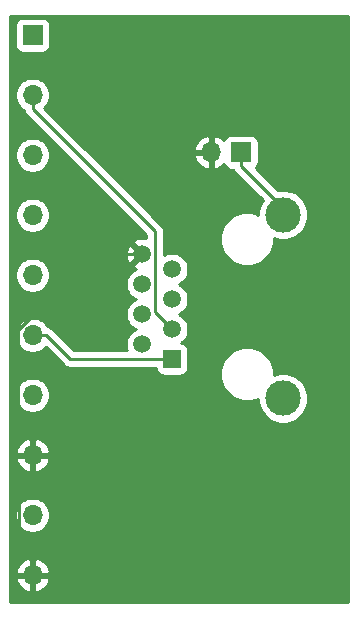
<source format=gbl>
%TF.GenerationSoftware,KiCad,Pcbnew,(5.1.6)-1*%
%TF.CreationDate,2020-07-09T15:12:22-03:00*%
%TF.ProjectId,driver-breakout-module,64726976-6572-42d6-9272-65616b6f7574,rev?*%
%TF.SameCoordinates,Original*%
%TF.FileFunction,Copper,L2,Bot*%
%TF.FilePolarity,Positive*%
%FSLAX46Y46*%
G04 Gerber Fmt 4.6, Leading zero omitted, Abs format (unit mm)*
G04 Created by KiCad (PCBNEW (5.1.6)-1) date 2020-07-09 15:12:22*
%MOMM*%
%LPD*%
G01*
G04 APERTURE LIST*
%TA.AperFunction,ComponentPad*%
%ADD10C,3.000000*%
%TD*%
%TA.AperFunction,ComponentPad*%
%ADD11C,1.500000*%
%TD*%
%TA.AperFunction,ComponentPad*%
%ADD12R,1.500000X1.500000*%
%TD*%
%TA.AperFunction,ComponentPad*%
%ADD13R,1.700000X1.700000*%
%TD*%
%TA.AperFunction,ComponentPad*%
%ADD14O,1.700000X1.700000*%
%TD*%
%TA.AperFunction,Conductor*%
%ADD15C,0.250000*%
%TD*%
%TA.AperFunction,Conductor*%
%ADD16C,0.254000*%
%TD*%
G04 APERTURE END LIST*
D10*
%TO.P,J1,SH*%
%TO.N,Net-(J1-PadSH)*%
X147830000Y-98529000D03*
D11*
%TO.P,J1,3*%
%TO.N,Net-(J1-Pad3)*%
X138430000Y-108204000D03*
%TO.P,J1,5*%
%TO.N,Net-(J1-Pad5)*%
X138430000Y-105664000D03*
%TO.P,J1,4*%
%TO.N,Net-(J1-Pad4)*%
X135890000Y-106934000D03*
%TO.P,J1,7*%
%TO.N,+24V*%
X138430000Y-103124000D03*
D12*
%TO.P,J1,1*%
%TO.N,Net-(J1-Pad1)*%
X138430000Y-110744000D03*
D11*
%TO.P,J1,2*%
%TO.N,Net-(J1-Pad2)*%
X135890000Y-109474000D03*
D10*
%TO.P,J1,SH*%
%TO.N,Net-(J1-PadSH)*%
X147830000Y-114069000D03*
D11*
%TO.P,J1,8*%
%TO.N,GND*%
X135890000Y-101854000D03*
%TO.P,J1,6*%
%TO.N,+24V*%
X135890000Y-104394000D03*
%TD*%
D13*
%TO.P,JP1,1*%
%TO.N,Net-(J1-PadSH)*%
X144272000Y-93218000D03*
D14*
%TO.P,JP1,2*%
%TO.N,GND*%
X141732000Y-93218000D03*
%TD*%
D13*
%TO.P,J2,1*%
%TO.N,Net-(J2-Pad1)*%
X126619000Y-83312000D03*
D14*
%TO.P,J2,2*%
%TO.N,Net-(J1-Pad3)*%
X126619000Y-88392000D03*
%TO.P,J2,3*%
%TO.N,Net-(J2-Pad3)*%
X126619000Y-93472000D03*
%TO.P,J2,4*%
%TO.N,Net-(J1-Pad2)*%
X126619000Y-98552000D03*
%TO.P,J2,5*%
%TO.N,Net-(J2-Pad5)*%
X126619000Y-103632000D03*
%TO.P,J2,6*%
%TO.N,Net-(J1-Pad1)*%
X126619000Y-108712000D03*
%TO.P,J2,7*%
%TO.N,Net-(J2-Pad7)*%
X126619000Y-113792000D03*
%TO.P,J2,8*%
%TO.N,GND*%
X126619000Y-118872000D03*
%TO.P,J2,9*%
%TO.N,Net-(J2-Pad9)*%
X126619000Y-123952000D03*
%TO.P,J2,10*%
%TO.N,GND*%
X126619000Y-129032000D03*
%TD*%
D15*
%TO.N,GND*%
X126619000Y-118872000D02*
X126619000Y-120047300D01*
X126619000Y-129032000D02*
X126619000Y-127856700D01*
X126619000Y-127856700D02*
X125443700Y-126681400D01*
X125443700Y-126681400D02*
X125443700Y-121222600D01*
X125443700Y-121222600D02*
X126619000Y-120047300D01*
X126619000Y-118872000D02*
X126619000Y-117696700D01*
X126619000Y-117696700D02*
X125398400Y-116476100D01*
X125398400Y-116476100D02*
X125398400Y-108250600D01*
X125398400Y-108250600D02*
X131795000Y-101854000D01*
X131795000Y-101854000D02*
X135890000Y-101854000D01*
%TO.N,Net-(J1-Pad3)*%
X126619000Y-88392000D02*
X126619000Y-89567300D01*
X126619000Y-89567300D02*
X136966400Y-99914700D01*
X136966400Y-99914700D02*
X136966400Y-106740400D01*
X136966400Y-106740400D02*
X138430000Y-108204000D01*
%TO.N,Net-(J1-Pad1)*%
X126619000Y-108712000D02*
X127794300Y-108712000D01*
X127794300Y-108712000D02*
X129826300Y-110744000D01*
X129826300Y-110744000D02*
X138430000Y-110744000D01*
%TO.N,Net-(J1-PadSH)*%
X144272000Y-93218000D02*
X144272000Y-94393300D01*
X144272000Y-94393300D02*
X147830000Y-97951300D01*
X147830000Y-97951300D02*
X147830000Y-98529000D01*
%TD*%
D16*
%TO.N,GND*%
G36*
X153290001Y-131290000D02*
G01*
X124710000Y-131290000D01*
X124710000Y-129388890D01*
X125177524Y-129388890D01*
X125222175Y-129536099D01*
X125347359Y-129798920D01*
X125521412Y-130032269D01*
X125737645Y-130227178D01*
X125987748Y-130376157D01*
X126262109Y-130473481D01*
X126492000Y-130352814D01*
X126492000Y-129159000D01*
X126746000Y-129159000D01*
X126746000Y-130352814D01*
X126975891Y-130473481D01*
X127250252Y-130376157D01*
X127500355Y-130227178D01*
X127716588Y-130032269D01*
X127890641Y-129798920D01*
X128015825Y-129536099D01*
X128060476Y-129388890D01*
X127939155Y-129159000D01*
X126746000Y-129159000D01*
X126492000Y-129159000D01*
X125298845Y-129159000D01*
X125177524Y-129388890D01*
X124710000Y-129388890D01*
X124710000Y-128675110D01*
X125177524Y-128675110D01*
X125298845Y-128905000D01*
X126492000Y-128905000D01*
X126492000Y-127711186D01*
X126746000Y-127711186D01*
X126746000Y-128905000D01*
X127939155Y-128905000D01*
X128060476Y-128675110D01*
X128015825Y-128527901D01*
X127890641Y-128265080D01*
X127716588Y-128031731D01*
X127500355Y-127836822D01*
X127250252Y-127687843D01*
X126975891Y-127590519D01*
X126746000Y-127711186D01*
X126492000Y-127711186D01*
X126262109Y-127590519D01*
X125987748Y-127687843D01*
X125737645Y-127836822D01*
X125521412Y-128031731D01*
X125347359Y-128265080D01*
X125222175Y-128527901D01*
X125177524Y-128675110D01*
X124710000Y-128675110D01*
X124710000Y-123805740D01*
X125134000Y-123805740D01*
X125134000Y-124098260D01*
X125191068Y-124385158D01*
X125303010Y-124655411D01*
X125465525Y-124898632D01*
X125672368Y-125105475D01*
X125915589Y-125267990D01*
X126185842Y-125379932D01*
X126472740Y-125437000D01*
X126765260Y-125437000D01*
X127052158Y-125379932D01*
X127322411Y-125267990D01*
X127565632Y-125105475D01*
X127772475Y-124898632D01*
X127934990Y-124655411D01*
X128046932Y-124385158D01*
X128104000Y-124098260D01*
X128104000Y-123805740D01*
X128046932Y-123518842D01*
X127934990Y-123248589D01*
X127772475Y-123005368D01*
X127565632Y-122798525D01*
X127322411Y-122636010D01*
X127052158Y-122524068D01*
X126765260Y-122467000D01*
X126472740Y-122467000D01*
X126185842Y-122524068D01*
X125915589Y-122636010D01*
X125672368Y-122798525D01*
X125465525Y-123005368D01*
X125303010Y-123248589D01*
X125191068Y-123518842D01*
X125134000Y-123805740D01*
X124710000Y-123805740D01*
X124710000Y-119228890D01*
X125177524Y-119228890D01*
X125222175Y-119376099D01*
X125347359Y-119638920D01*
X125521412Y-119872269D01*
X125737645Y-120067178D01*
X125987748Y-120216157D01*
X126262109Y-120313481D01*
X126492000Y-120192814D01*
X126492000Y-118999000D01*
X126746000Y-118999000D01*
X126746000Y-120192814D01*
X126975891Y-120313481D01*
X127250252Y-120216157D01*
X127500355Y-120067178D01*
X127716588Y-119872269D01*
X127890641Y-119638920D01*
X128015825Y-119376099D01*
X128060476Y-119228890D01*
X127939155Y-118999000D01*
X126746000Y-118999000D01*
X126492000Y-118999000D01*
X125298845Y-118999000D01*
X125177524Y-119228890D01*
X124710000Y-119228890D01*
X124710000Y-118515110D01*
X125177524Y-118515110D01*
X125298845Y-118745000D01*
X126492000Y-118745000D01*
X126492000Y-117551186D01*
X126746000Y-117551186D01*
X126746000Y-118745000D01*
X127939155Y-118745000D01*
X128060476Y-118515110D01*
X128015825Y-118367901D01*
X127890641Y-118105080D01*
X127716588Y-117871731D01*
X127500355Y-117676822D01*
X127250252Y-117527843D01*
X126975891Y-117430519D01*
X126746000Y-117551186D01*
X126492000Y-117551186D01*
X126262109Y-117430519D01*
X125987748Y-117527843D01*
X125737645Y-117676822D01*
X125521412Y-117871731D01*
X125347359Y-118105080D01*
X125222175Y-118367901D01*
X125177524Y-118515110D01*
X124710000Y-118515110D01*
X124710000Y-113645740D01*
X125134000Y-113645740D01*
X125134000Y-113938260D01*
X125191068Y-114225158D01*
X125303010Y-114495411D01*
X125465525Y-114738632D01*
X125672368Y-114945475D01*
X125915589Y-115107990D01*
X126185842Y-115219932D01*
X126472740Y-115277000D01*
X126765260Y-115277000D01*
X127052158Y-115219932D01*
X127322411Y-115107990D01*
X127565632Y-114945475D01*
X127772475Y-114738632D01*
X127934990Y-114495411D01*
X128046932Y-114225158D01*
X128104000Y-113938260D01*
X128104000Y-113645740D01*
X128046932Y-113358842D01*
X127934990Y-113088589D01*
X127772475Y-112845368D01*
X127565632Y-112638525D01*
X127322411Y-112476010D01*
X127052158Y-112364068D01*
X126765260Y-112307000D01*
X126472740Y-112307000D01*
X126185842Y-112364068D01*
X125915589Y-112476010D01*
X125672368Y-112638525D01*
X125465525Y-112845368D01*
X125303010Y-113088589D01*
X125191068Y-113358842D01*
X125134000Y-113645740D01*
X124710000Y-113645740D01*
X124710000Y-103485740D01*
X125134000Y-103485740D01*
X125134000Y-103778260D01*
X125191068Y-104065158D01*
X125303010Y-104335411D01*
X125465525Y-104578632D01*
X125672368Y-104785475D01*
X125915589Y-104947990D01*
X126185842Y-105059932D01*
X126472740Y-105117000D01*
X126765260Y-105117000D01*
X127052158Y-105059932D01*
X127322411Y-104947990D01*
X127565632Y-104785475D01*
X127772475Y-104578632D01*
X127934990Y-104335411D01*
X128046932Y-104065158D01*
X128104000Y-103778260D01*
X128104000Y-103485740D01*
X128046932Y-103198842D01*
X127934990Y-102928589D01*
X127772475Y-102685368D01*
X127565632Y-102478525D01*
X127322411Y-102316010D01*
X127052158Y-102204068D01*
X126765260Y-102147000D01*
X126472740Y-102147000D01*
X126185842Y-102204068D01*
X125915589Y-102316010D01*
X125672368Y-102478525D01*
X125465525Y-102685368D01*
X125303010Y-102928589D01*
X125191068Y-103198842D01*
X125134000Y-103485740D01*
X124710000Y-103485740D01*
X124710000Y-101926492D01*
X134500188Y-101926492D01*
X134541035Y-102196238D01*
X134633723Y-102452832D01*
X134694140Y-102565863D01*
X134933007Y-102631388D01*
X135710395Y-101854000D01*
X134933007Y-101076612D01*
X134694140Y-101142137D01*
X134578240Y-101389116D01*
X134512750Y-101653960D01*
X134500188Y-101926492D01*
X124710000Y-101926492D01*
X124710000Y-98405740D01*
X125134000Y-98405740D01*
X125134000Y-98698260D01*
X125191068Y-98985158D01*
X125303010Y-99255411D01*
X125465525Y-99498632D01*
X125672368Y-99705475D01*
X125915589Y-99867990D01*
X126185842Y-99979932D01*
X126472740Y-100037000D01*
X126765260Y-100037000D01*
X127052158Y-99979932D01*
X127322411Y-99867990D01*
X127565632Y-99705475D01*
X127772475Y-99498632D01*
X127934990Y-99255411D01*
X128046932Y-98985158D01*
X128104000Y-98698260D01*
X128104000Y-98405740D01*
X128046932Y-98118842D01*
X127934990Y-97848589D01*
X127772475Y-97605368D01*
X127565632Y-97398525D01*
X127322411Y-97236010D01*
X127052158Y-97124068D01*
X126765260Y-97067000D01*
X126472740Y-97067000D01*
X126185842Y-97124068D01*
X125915589Y-97236010D01*
X125672368Y-97398525D01*
X125465525Y-97605368D01*
X125303010Y-97848589D01*
X125191068Y-98118842D01*
X125134000Y-98405740D01*
X124710000Y-98405740D01*
X124710000Y-93325740D01*
X125134000Y-93325740D01*
X125134000Y-93618260D01*
X125191068Y-93905158D01*
X125303010Y-94175411D01*
X125465525Y-94418632D01*
X125672368Y-94625475D01*
X125915589Y-94787990D01*
X126185842Y-94899932D01*
X126472740Y-94957000D01*
X126765260Y-94957000D01*
X127052158Y-94899932D01*
X127322411Y-94787990D01*
X127565632Y-94625475D01*
X127772475Y-94418632D01*
X127934990Y-94175411D01*
X128046932Y-93905158D01*
X128104000Y-93618260D01*
X128104000Y-93325740D01*
X128046932Y-93038842D01*
X127934990Y-92768589D01*
X127772475Y-92525368D01*
X127565632Y-92318525D01*
X127322411Y-92156010D01*
X127052158Y-92044068D01*
X126765260Y-91987000D01*
X126472740Y-91987000D01*
X126185842Y-92044068D01*
X125915589Y-92156010D01*
X125672368Y-92318525D01*
X125465525Y-92525368D01*
X125303010Y-92768589D01*
X125191068Y-93038842D01*
X125134000Y-93325740D01*
X124710000Y-93325740D01*
X124710000Y-88245740D01*
X125134000Y-88245740D01*
X125134000Y-88538260D01*
X125191068Y-88825158D01*
X125303010Y-89095411D01*
X125465525Y-89338632D01*
X125672368Y-89545475D01*
X125865912Y-89674797D01*
X125869998Y-89716285D01*
X125913454Y-89859546D01*
X125984026Y-89991576D01*
X126055201Y-90078302D01*
X126079000Y-90107301D01*
X126107998Y-90131099D01*
X136206400Y-100229503D01*
X136206400Y-100505523D01*
X136090040Y-100476750D01*
X135817508Y-100464188D01*
X135547762Y-100505035D01*
X135291168Y-100597723D01*
X135178137Y-100658140D01*
X135112612Y-100897007D01*
X135890000Y-101674395D01*
X135904143Y-101660253D01*
X136083748Y-101839858D01*
X136069605Y-101854000D01*
X136083748Y-101868143D01*
X135904143Y-102047748D01*
X135890000Y-102033605D01*
X135112612Y-102810993D01*
X135178137Y-103049860D01*
X135336477Y-103124164D01*
X135233957Y-103166629D01*
X135007114Y-103318201D01*
X134814201Y-103511114D01*
X134662629Y-103737957D01*
X134558225Y-103990011D01*
X134505000Y-104257589D01*
X134505000Y-104530411D01*
X134558225Y-104797989D01*
X134662629Y-105050043D01*
X134814201Y-105276886D01*
X135007114Y-105469799D01*
X135233957Y-105621371D01*
X135336873Y-105664000D01*
X135233957Y-105706629D01*
X135007114Y-105858201D01*
X134814201Y-106051114D01*
X134662629Y-106277957D01*
X134558225Y-106530011D01*
X134505000Y-106797589D01*
X134505000Y-107070411D01*
X134558225Y-107337989D01*
X134662629Y-107590043D01*
X134814201Y-107816886D01*
X135007114Y-108009799D01*
X135233957Y-108161371D01*
X135336873Y-108204000D01*
X135233957Y-108246629D01*
X135007114Y-108398201D01*
X134814201Y-108591114D01*
X134662629Y-108817957D01*
X134558225Y-109070011D01*
X134505000Y-109337589D01*
X134505000Y-109610411D01*
X134558225Y-109877989D01*
X134602136Y-109984000D01*
X130141102Y-109984000D01*
X128358104Y-108201003D01*
X128334301Y-108171999D01*
X128218576Y-108077026D01*
X128086547Y-108006454D01*
X127943286Y-107962997D01*
X127901796Y-107958911D01*
X127772475Y-107765368D01*
X127565632Y-107558525D01*
X127322411Y-107396010D01*
X127052158Y-107284068D01*
X126765260Y-107227000D01*
X126472740Y-107227000D01*
X126185842Y-107284068D01*
X125915589Y-107396010D01*
X125672368Y-107558525D01*
X125465525Y-107765368D01*
X125303010Y-108008589D01*
X125191068Y-108278842D01*
X125134000Y-108565740D01*
X125134000Y-108858260D01*
X125191068Y-109145158D01*
X125303010Y-109415411D01*
X125465525Y-109658632D01*
X125672368Y-109865475D01*
X125915589Y-110027990D01*
X126185842Y-110139932D01*
X126472740Y-110197000D01*
X126765260Y-110197000D01*
X127052158Y-110139932D01*
X127322411Y-110027990D01*
X127565632Y-109865475D01*
X127719303Y-109711804D01*
X129262501Y-111255003D01*
X129286299Y-111284001D01*
X129315297Y-111307799D01*
X129402023Y-111378974D01*
X129534053Y-111449546D01*
X129677314Y-111493003D01*
X129788967Y-111504000D01*
X129788977Y-111504000D01*
X129826300Y-111507676D01*
X129863623Y-111504000D01*
X137042913Y-111504000D01*
X137054188Y-111618482D01*
X137090498Y-111738180D01*
X137149463Y-111848494D01*
X137228815Y-111945185D01*
X137325506Y-112024537D01*
X137435820Y-112083502D01*
X137555518Y-112119812D01*
X137680000Y-112132072D01*
X139180000Y-112132072D01*
X139304482Y-112119812D01*
X139424180Y-112083502D01*
X139534494Y-112024537D01*
X139631185Y-111945185D01*
X139710537Y-111848494D01*
X139741050Y-111791409D01*
X142520000Y-111791409D01*
X142520000Y-112236591D01*
X142606851Y-112673218D01*
X142777214Y-113084511D01*
X143024544Y-113454666D01*
X143339334Y-113769456D01*
X143709489Y-114016786D01*
X144120782Y-114187149D01*
X144557409Y-114274000D01*
X145002591Y-114274000D01*
X145439218Y-114187149D01*
X145695000Y-114081201D01*
X145695000Y-114279279D01*
X145777047Y-114691756D01*
X145937988Y-115080302D01*
X146171637Y-115429983D01*
X146469017Y-115727363D01*
X146818698Y-115961012D01*
X147207244Y-116121953D01*
X147619721Y-116204000D01*
X148040279Y-116204000D01*
X148452756Y-116121953D01*
X148841302Y-115961012D01*
X149190983Y-115727363D01*
X149488363Y-115429983D01*
X149722012Y-115080302D01*
X149882953Y-114691756D01*
X149965000Y-114279279D01*
X149965000Y-113858721D01*
X149882953Y-113446244D01*
X149722012Y-113057698D01*
X149488363Y-112708017D01*
X149190983Y-112410637D01*
X148841302Y-112176988D01*
X148452756Y-112016047D01*
X148040279Y-111934000D01*
X147619721Y-111934000D01*
X147207244Y-112016047D01*
X147040000Y-112085322D01*
X147040000Y-111791409D01*
X146953149Y-111354782D01*
X146782786Y-110943489D01*
X146535456Y-110573334D01*
X146220666Y-110258544D01*
X145850511Y-110011214D01*
X145439218Y-109840851D01*
X145002591Y-109754000D01*
X144557409Y-109754000D01*
X144120782Y-109840851D01*
X143709489Y-110011214D01*
X143339334Y-110258544D01*
X143024544Y-110573334D01*
X142777214Y-110943489D01*
X142606851Y-111354782D01*
X142520000Y-111791409D01*
X139741050Y-111791409D01*
X139769502Y-111738180D01*
X139805812Y-111618482D01*
X139818072Y-111494000D01*
X139818072Y-109994000D01*
X139805812Y-109869518D01*
X139769502Y-109749820D01*
X139710537Y-109639506D01*
X139631185Y-109542815D01*
X139534494Y-109463463D01*
X139424180Y-109404498D01*
X139304482Y-109368188D01*
X139196517Y-109357555D01*
X139312886Y-109279799D01*
X139505799Y-109086886D01*
X139657371Y-108860043D01*
X139761775Y-108607989D01*
X139815000Y-108340411D01*
X139815000Y-108067589D01*
X139761775Y-107800011D01*
X139657371Y-107547957D01*
X139505799Y-107321114D01*
X139312886Y-107128201D01*
X139086043Y-106976629D01*
X138983127Y-106934000D01*
X139086043Y-106891371D01*
X139312886Y-106739799D01*
X139505799Y-106546886D01*
X139657371Y-106320043D01*
X139761775Y-106067989D01*
X139815000Y-105800411D01*
X139815000Y-105527589D01*
X139761775Y-105260011D01*
X139657371Y-105007957D01*
X139505799Y-104781114D01*
X139312886Y-104588201D01*
X139086043Y-104436629D01*
X138983127Y-104394000D01*
X139086043Y-104351371D01*
X139312886Y-104199799D01*
X139505799Y-104006886D01*
X139657371Y-103780043D01*
X139761775Y-103527989D01*
X139815000Y-103260411D01*
X139815000Y-102987589D01*
X139761775Y-102720011D01*
X139657371Y-102467957D01*
X139505799Y-102241114D01*
X139312886Y-102048201D01*
X139086043Y-101896629D01*
X138833989Y-101792225D01*
X138566411Y-101739000D01*
X138293589Y-101739000D01*
X138026011Y-101792225D01*
X137773957Y-101896629D01*
X137726400Y-101928406D01*
X137726400Y-99952022D01*
X137730076Y-99914699D01*
X137726400Y-99877376D01*
X137726400Y-99877367D01*
X137715403Y-99765714D01*
X137671946Y-99622453D01*
X137601374Y-99490424D01*
X137588211Y-99474385D01*
X137530199Y-99403696D01*
X137530195Y-99403692D01*
X137506401Y-99374699D01*
X137477409Y-99350907D01*
X131701393Y-93574891D01*
X140290519Y-93574891D01*
X140387843Y-93849252D01*
X140536822Y-94099355D01*
X140731731Y-94315588D01*
X140965080Y-94489641D01*
X141227901Y-94614825D01*
X141375110Y-94659476D01*
X141605000Y-94538155D01*
X141605000Y-93345000D01*
X140411186Y-93345000D01*
X140290519Y-93574891D01*
X131701393Y-93574891D01*
X130987611Y-92861109D01*
X140290519Y-92861109D01*
X140411186Y-93091000D01*
X141605000Y-93091000D01*
X141605000Y-91897845D01*
X141859000Y-91897845D01*
X141859000Y-93091000D01*
X141879000Y-93091000D01*
X141879000Y-93345000D01*
X141859000Y-93345000D01*
X141859000Y-94538155D01*
X142088890Y-94659476D01*
X142236099Y-94614825D01*
X142498920Y-94489641D01*
X142732269Y-94315588D01*
X142808034Y-94231534D01*
X142832498Y-94312180D01*
X142891463Y-94422494D01*
X142970815Y-94519185D01*
X143067506Y-94598537D01*
X143177820Y-94657502D01*
X143297518Y-94693812D01*
X143422000Y-94706072D01*
X143577425Y-94706072D01*
X143637026Y-94817576D01*
X143704615Y-94899932D01*
X143732000Y-94933301D01*
X143760998Y-94957099D01*
X146091640Y-97287741D01*
X145937988Y-97517698D01*
X145777047Y-97906244D01*
X145695000Y-98318721D01*
X145695000Y-98516799D01*
X145439218Y-98410851D01*
X145002591Y-98324000D01*
X144557409Y-98324000D01*
X144120782Y-98410851D01*
X143709489Y-98581214D01*
X143339334Y-98828544D01*
X143024544Y-99143334D01*
X142777214Y-99513489D01*
X142606851Y-99924782D01*
X142520000Y-100361409D01*
X142520000Y-100806591D01*
X142606851Y-101243218D01*
X142777214Y-101654511D01*
X143024544Y-102024666D01*
X143339334Y-102339456D01*
X143709489Y-102586786D01*
X144120782Y-102757149D01*
X144557409Y-102844000D01*
X145002591Y-102844000D01*
X145439218Y-102757149D01*
X145850511Y-102586786D01*
X146220666Y-102339456D01*
X146535456Y-102024666D01*
X146782786Y-101654511D01*
X146953149Y-101243218D01*
X147040000Y-100806591D01*
X147040000Y-100512678D01*
X147207244Y-100581953D01*
X147619721Y-100664000D01*
X148040279Y-100664000D01*
X148452756Y-100581953D01*
X148841302Y-100421012D01*
X149190983Y-100187363D01*
X149488363Y-99889983D01*
X149722012Y-99540302D01*
X149882953Y-99151756D01*
X149965000Y-98739279D01*
X149965000Y-98318721D01*
X149882953Y-97906244D01*
X149722012Y-97517698D01*
X149488363Y-97168017D01*
X149190983Y-96870637D01*
X148841302Y-96636988D01*
X148452756Y-96476047D01*
X148040279Y-96394000D01*
X147619721Y-96394000D01*
X147392666Y-96439164D01*
X145517986Y-94564485D01*
X145573185Y-94519185D01*
X145652537Y-94422494D01*
X145711502Y-94312180D01*
X145747812Y-94192482D01*
X145760072Y-94068000D01*
X145760072Y-92368000D01*
X145747812Y-92243518D01*
X145711502Y-92123820D01*
X145652537Y-92013506D01*
X145573185Y-91916815D01*
X145476494Y-91837463D01*
X145366180Y-91778498D01*
X145246482Y-91742188D01*
X145122000Y-91729928D01*
X143422000Y-91729928D01*
X143297518Y-91742188D01*
X143177820Y-91778498D01*
X143067506Y-91837463D01*
X142970815Y-91916815D01*
X142891463Y-92013506D01*
X142832498Y-92123820D01*
X142808034Y-92204466D01*
X142732269Y-92120412D01*
X142498920Y-91946359D01*
X142236099Y-91821175D01*
X142088890Y-91776524D01*
X141859000Y-91897845D01*
X141605000Y-91897845D01*
X141375110Y-91776524D01*
X141227901Y-91821175D01*
X140965080Y-91946359D01*
X140731731Y-92120412D01*
X140536822Y-92336645D01*
X140387843Y-92586748D01*
X140290519Y-92861109D01*
X130987611Y-92861109D01*
X127618804Y-89492303D01*
X127772475Y-89338632D01*
X127934990Y-89095411D01*
X128046932Y-88825158D01*
X128104000Y-88538260D01*
X128104000Y-88245740D01*
X128046932Y-87958842D01*
X127934990Y-87688589D01*
X127772475Y-87445368D01*
X127565632Y-87238525D01*
X127322411Y-87076010D01*
X127052158Y-86964068D01*
X126765260Y-86907000D01*
X126472740Y-86907000D01*
X126185842Y-86964068D01*
X125915589Y-87076010D01*
X125672368Y-87238525D01*
X125465525Y-87445368D01*
X125303010Y-87688589D01*
X125191068Y-87958842D01*
X125134000Y-88245740D01*
X124710000Y-88245740D01*
X124710000Y-82462000D01*
X125130928Y-82462000D01*
X125130928Y-84162000D01*
X125143188Y-84286482D01*
X125179498Y-84406180D01*
X125238463Y-84516494D01*
X125317815Y-84613185D01*
X125414506Y-84692537D01*
X125524820Y-84751502D01*
X125644518Y-84787812D01*
X125769000Y-84800072D01*
X127469000Y-84800072D01*
X127593482Y-84787812D01*
X127713180Y-84751502D01*
X127823494Y-84692537D01*
X127920185Y-84613185D01*
X127999537Y-84516494D01*
X128058502Y-84406180D01*
X128094812Y-84286482D01*
X128107072Y-84162000D01*
X128107072Y-82462000D01*
X128094812Y-82337518D01*
X128058502Y-82217820D01*
X127999537Y-82107506D01*
X127920185Y-82010815D01*
X127823494Y-81931463D01*
X127713180Y-81872498D01*
X127593482Y-81836188D01*
X127469000Y-81823928D01*
X125769000Y-81823928D01*
X125644518Y-81836188D01*
X125524820Y-81872498D01*
X125414506Y-81931463D01*
X125317815Y-82010815D01*
X125238463Y-82107506D01*
X125179498Y-82217820D01*
X125143188Y-82337518D01*
X125130928Y-82462000D01*
X124710000Y-82462000D01*
X124710000Y-81710000D01*
X153290000Y-81710000D01*
X153290001Y-131290000D01*
G37*
X153290001Y-131290000D02*
X124710000Y-131290000D01*
X124710000Y-129388890D01*
X125177524Y-129388890D01*
X125222175Y-129536099D01*
X125347359Y-129798920D01*
X125521412Y-130032269D01*
X125737645Y-130227178D01*
X125987748Y-130376157D01*
X126262109Y-130473481D01*
X126492000Y-130352814D01*
X126492000Y-129159000D01*
X126746000Y-129159000D01*
X126746000Y-130352814D01*
X126975891Y-130473481D01*
X127250252Y-130376157D01*
X127500355Y-130227178D01*
X127716588Y-130032269D01*
X127890641Y-129798920D01*
X128015825Y-129536099D01*
X128060476Y-129388890D01*
X127939155Y-129159000D01*
X126746000Y-129159000D01*
X126492000Y-129159000D01*
X125298845Y-129159000D01*
X125177524Y-129388890D01*
X124710000Y-129388890D01*
X124710000Y-128675110D01*
X125177524Y-128675110D01*
X125298845Y-128905000D01*
X126492000Y-128905000D01*
X126492000Y-127711186D01*
X126746000Y-127711186D01*
X126746000Y-128905000D01*
X127939155Y-128905000D01*
X128060476Y-128675110D01*
X128015825Y-128527901D01*
X127890641Y-128265080D01*
X127716588Y-128031731D01*
X127500355Y-127836822D01*
X127250252Y-127687843D01*
X126975891Y-127590519D01*
X126746000Y-127711186D01*
X126492000Y-127711186D01*
X126262109Y-127590519D01*
X125987748Y-127687843D01*
X125737645Y-127836822D01*
X125521412Y-128031731D01*
X125347359Y-128265080D01*
X125222175Y-128527901D01*
X125177524Y-128675110D01*
X124710000Y-128675110D01*
X124710000Y-123805740D01*
X125134000Y-123805740D01*
X125134000Y-124098260D01*
X125191068Y-124385158D01*
X125303010Y-124655411D01*
X125465525Y-124898632D01*
X125672368Y-125105475D01*
X125915589Y-125267990D01*
X126185842Y-125379932D01*
X126472740Y-125437000D01*
X126765260Y-125437000D01*
X127052158Y-125379932D01*
X127322411Y-125267990D01*
X127565632Y-125105475D01*
X127772475Y-124898632D01*
X127934990Y-124655411D01*
X128046932Y-124385158D01*
X128104000Y-124098260D01*
X128104000Y-123805740D01*
X128046932Y-123518842D01*
X127934990Y-123248589D01*
X127772475Y-123005368D01*
X127565632Y-122798525D01*
X127322411Y-122636010D01*
X127052158Y-122524068D01*
X126765260Y-122467000D01*
X126472740Y-122467000D01*
X126185842Y-122524068D01*
X125915589Y-122636010D01*
X125672368Y-122798525D01*
X125465525Y-123005368D01*
X125303010Y-123248589D01*
X125191068Y-123518842D01*
X125134000Y-123805740D01*
X124710000Y-123805740D01*
X124710000Y-119228890D01*
X125177524Y-119228890D01*
X125222175Y-119376099D01*
X125347359Y-119638920D01*
X125521412Y-119872269D01*
X125737645Y-120067178D01*
X125987748Y-120216157D01*
X126262109Y-120313481D01*
X126492000Y-120192814D01*
X126492000Y-118999000D01*
X126746000Y-118999000D01*
X126746000Y-120192814D01*
X126975891Y-120313481D01*
X127250252Y-120216157D01*
X127500355Y-120067178D01*
X127716588Y-119872269D01*
X127890641Y-119638920D01*
X128015825Y-119376099D01*
X128060476Y-119228890D01*
X127939155Y-118999000D01*
X126746000Y-118999000D01*
X126492000Y-118999000D01*
X125298845Y-118999000D01*
X125177524Y-119228890D01*
X124710000Y-119228890D01*
X124710000Y-118515110D01*
X125177524Y-118515110D01*
X125298845Y-118745000D01*
X126492000Y-118745000D01*
X126492000Y-117551186D01*
X126746000Y-117551186D01*
X126746000Y-118745000D01*
X127939155Y-118745000D01*
X128060476Y-118515110D01*
X128015825Y-118367901D01*
X127890641Y-118105080D01*
X127716588Y-117871731D01*
X127500355Y-117676822D01*
X127250252Y-117527843D01*
X126975891Y-117430519D01*
X126746000Y-117551186D01*
X126492000Y-117551186D01*
X126262109Y-117430519D01*
X125987748Y-117527843D01*
X125737645Y-117676822D01*
X125521412Y-117871731D01*
X125347359Y-118105080D01*
X125222175Y-118367901D01*
X125177524Y-118515110D01*
X124710000Y-118515110D01*
X124710000Y-113645740D01*
X125134000Y-113645740D01*
X125134000Y-113938260D01*
X125191068Y-114225158D01*
X125303010Y-114495411D01*
X125465525Y-114738632D01*
X125672368Y-114945475D01*
X125915589Y-115107990D01*
X126185842Y-115219932D01*
X126472740Y-115277000D01*
X126765260Y-115277000D01*
X127052158Y-115219932D01*
X127322411Y-115107990D01*
X127565632Y-114945475D01*
X127772475Y-114738632D01*
X127934990Y-114495411D01*
X128046932Y-114225158D01*
X128104000Y-113938260D01*
X128104000Y-113645740D01*
X128046932Y-113358842D01*
X127934990Y-113088589D01*
X127772475Y-112845368D01*
X127565632Y-112638525D01*
X127322411Y-112476010D01*
X127052158Y-112364068D01*
X126765260Y-112307000D01*
X126472740Y-112307000D01*
X126185842Y-112364068D01*
X125915589Y-112476010D01*
X125672368Y-112638525D01*
X125465525Y-112845368D01*
X125303010Y-113088589D01*
X125191068Y-113358842D01*
X125134000Y-113645740D01*
X124710000Y-113645740D01*
X124710000Y-103485740D01*
X125134000Y-103485740D01*
X125134000Y-103778260D01*
X125191068Y-104065158D01*
X125303010Y-104335411D01*
X125465525Y-104578632D01*
X125672368Y-104785475D01*
X125915589Y-104947990D01*
X126185842Y-105059932D01*
X126472740Y-105117000D01*
X126765260Y-105117000D01*
X127052158Y-105059932D01*
X127322411Y-104947990D01*
X127565632Y-104785475D01*
X127772475Y-104578632D01*
X127934990Y-104335411D01*
X128046932Y-104065158D01*
X128104000Y-103778260D01*
X128104000Y-103485740D01*
X128046932Y-103198842D01*
X127934990Y-102928589D01*
X127772475Y-102685368D01*
X127565632Y-102478525D01*
X127322411Y-102316010D01*
X127052158Y-102204068D01*
X126765260Y-102147000D01*
X126472740Y-102147000D01*
X126185842Y-102204068D01*
X125915589Y-102316010D01*
X125672368Y-102478525D01*
X125465525Y-102685368D01*
X125303010Y-102928589D01*
X125191068Y-103198842D01*
X125134000Y-103485740D01*
X124710000Y-103485740D01*
X124710000Y-101926492D01*
X134500188Y-101926492D01*
X134541035Y-102196238D01*
X134633723Y-102452832D01*
X134694140Y-102565863D01*
X134933007Y-102631388D01*
X135710395Y-101854000D01*
X134933007Y-101076612D01*
X134694140Y-101142137D01*
X134578240Y-101389116D01*
X134512750Y-101653960D01*
X134500188Y-101926492D01*
X124710000Y-101926492D01*
X124710000Y-98405740D01*
X125134000Y-98405740D01*
X125134000Y-98698260D01*
X125191068Y-98985158D01*
X125303010Y-99255411D01*
X125465525Y-99498632D01*
X125672368Y-99705475D01*
X125915589Y-99867990D01*
X126185842Y-99979932D01*
X126472740Y-100037000D01*
X126765260Y-100037000D01*
X127052158Y-99979932D01*
X127322411Y-99867990D01*
X127565632Y-99705475D01*
X127772475Y-99498632D01*
X127934990Y-99255411D01*
X128046932Y-98985158D01*
X128104000Y-98698260D01*
X128104000Y-98405740D01*
X128046932Y-98118842D01*
X127934990Y-97848589D01*
X127772475Y-97605368D01*
X127565632Y-97398525D01*
X127322411Y-97236010D01*
X127052158Y-97124068D01*
X126765260Y-97067000D01*
X126472740Y-97067000D01*
X126185842Y-97124068D01*
X125915589Y-97236010D01*
X125672368Y-97398525D01*
X125465525Y-97605368D01*
X125303010Y-97848589D01*
X125191068Y-98118842D01*
X125134000Y-98405740D01*
X124710000Y-98405740D01*
X124710000Y-93325740D01*
X125134000Y-93325740D01*
X125134000Y-93618260D01*
X125191068Y-93905158D01*
X125303010Y-94175411D01*
X125465525Y-94418632D01*
X125672368Y-94625475D01*
X125915589Y-94787990D01*
X126185842Y-94899932D01*
X126472740Y-94957000D01*
X126765260Y-94957000D01*
X127052158Y-94899932D01*
X127322411Y-94787990D01*
X127565632Y-94625475D01*
X127772475Y-94418632D01*
X127934990Y-94175411D01*
X128046932Y-93905158D01*
X128104000Y-93618260D01*
X128104000Y-93325740D01*
X128046932Y-93038842D01*
X127934990Y-92768589D01*
X127772475Y-92525368D01*
X127565632Y-92318525D01*
X127322411Y-92156010D01*
X127052158Y-92044068D01*
X126765260Y-91987000D01*
X126472740Y-91987000D01*
X126185842Y-92044068D01*
X125915589Y-92156010D01*
X125672368Y-92318525D01*
X125465525Y-92525368D01*
X125303010Y-92768589D01*
X125191068Y-93038842D01*
X125134000Y-93325740D01*
X124710000Y-93325740D01*
X124710000Y-88245740D01*
X125134000Y-88245740D01*
X125134000Y-88538260D01*
X125191068Y-88825158D01*
X125303010Y-89095411D01*
X125465525Y-89338632D01*
X125672368Y-89545475D01*
X125865912Y-89674797D01*
X125869998Y-89716285D01*
X125913454Y-89859546D01*
X125984026Y-89991576D01*
X126055201Y-90078302D01*
X126079000Y-90107301D01*
X126107998Y-90131099D01*
X136206400Y-100229503D01*
X136206400Y-100505523D01*
X136090040Y-100476750D01*
X135817508Y-100464188D01*
X135547762Y-100505035D01*
X135291168Y-100597723D01*
X135178137Y-100658140D01*
X135112612Y-100897007D01*
X135890000Y-101674395D01*
X135904143Y-101660253D01*
X136083748Y-101839858D01*
X136069605Y-101854000D01*
X136083748Y-101868143D01*
X135904143Y-102047748D01*
X135890000Y-102033605D01*
X135112612Y-102810993D01*
X135178137Y-103049860D01*
X135336477Y-103124164D01*
X135233957Y-103166629D01*
X135007114Y-103318201D01*
X134814201Y-103511114D01*
X134662629Y-103737957D01*
X134558225Y-103990011D01*
X134505000Y-104257589D01*
X134505000Y-104530411D01*
X134558225Y-104797989D01*
X134662629Y-105050043D01*
X134814201Y-105276886D01*
X135007114Y-105469799D01*
X135233957Y-105621371D01*
X135336873Y-105664000D01*
X135233957Y-105706629D01*
X135007114Y-105858201D01*
X134814201Y-106051114D01*
X134662629Y-106277957D01*
X134558225Y-106530011D01*
X134505000Y-106797589D01*
X134505000Y-107070411D01*
X134558225Y-107337989D01*
X134662629Y-107590043D01*
X134814201Y-107816886D01*
X135007114Y-108009799D01*
X135233957Y-108161371D01*
X135336873Y-108204000D01*
X135233957Y-108246629D01*
X135007114Y-108398201D01*
X134814201Y-108591114D01*
X134662629Y-108817957D01*
X134558225Y-109070011D01*
X134505000Y-109337589D01*
X134505000Y-109610411D01*
X134558225Y-109877989D01*
X134602136Y-109984000D01*
X130141102Y-109984000D01*
X128358104Y-108201003D01*
X128334301Y-108171999D01*
X128218576Y-108077026D01*
X128086547Y-108006454D01*
X127943286Y-107962997D01*
X127901796Y-107958911D01*
X127772475Y-107765368D01*
X127565632Y-107558525D01*
X127322411Y-107396010D01*
X127052158Y-107284068D01*
X126765260Y-107227000D01*
X126472740Y-107227000D01*
X126185842Y-107284068D01*
X125915589Y-107396010D01*
X125672368Y-107558525D01*
X125465525Y-107765368D01*
X125303010Y-108008589D01*
X125191068Y-108278842D01*
X125134000Y-108565740D01*
X125134000Y-108858260D01*
X125191068Y-109145158D01*
X125303010Y-109415411D01*
X125465525Y-109658632D01*
X125672368Y-109865475D01*
X125915589Y-110027990D01*
X126185842Y-110139932D01*
X126472740Y-110197000D01*
X126765260Y-110197000D01*
X127052158Y-110139932D01*
X127322411Y-110027990D01*
X127565632Y-109865475D01*
X127719303Y-109711804D01*
X129262501Y-111255003D01*
X129286299Y-111284001D01*
X129315297Y-111307799D01*
X129402023Y-111378974D01*
X129534053Y-111449546D01*
X129677314Y-111493003D01*
X129788967Y-111504000D01*
X129788977Y-111504000D01*
X129826300Y-111507676D01*
X129863623Y-111504000D01*
X137042913Y-111504000D01*
X137054188Y-111618482D01*
X137090498Y-111738180D01*
X137149463Y-111848494D01*
X137228815Y-111945185D01*
X137325506Y-112024537D01*
X137435820Y-112083502D01*
X137555518Y-112119812D01*
X137680000Y-112132072D01*
X139180000Y-112132072D01*
X139304482Y-112119812D01*
X139424180Y-112083502D01*
X139534494Y-112024537D01*
X139631185Y-111945185D01*
X139710537Y-111848494D01*
X139741050Y-111791409D01*
X142520000Y-111791409D01*
X142520000Y-112236591D01*
X142606851Y-112673218D01*
X142777214Y-113084511D01*
X143024544Y-113454666D01*
X143339334Y-113769456D01*
X143709489Y-114016786D01*
X144120782Y-114187149D01*
X144557409Y-114274000D01*
X145002591Y-114274000D01*
X145439218Y-114187149D01*
X145695000Y-114081201D01*
X145695000Y-114279279D01*
X145777047Y-114691756D01*
X145937988Y-115080302D01*
X146171637Y-115429983D01*
X146469017Y-115727363D01*
X146818698Y-115961012D01*
X147207244Y-116121953D01*
X147619721Y-116204000D01*
X148040279Y-116204000D01*
X148452756Y-116121953D01*
X148841302Y-115961012D01*
X149190983Y-115727363D01*
X149488363Y-115429983D01*
X149722012Y-115080302D01*
X149882953Y-114691756D01*
X149965000Y-114279279D01*
X149965000Y-113858721D01*
X149882953Y-113446244D01*
X149722012Y-113057698D01*
X149488363Y-112708017D01*
X149190983Y-112410637D01*
X148841302Y-112176988D01*
X148452756Y-112016047D01*
X148040279Y-111934000D01*
X147619721Y-111934000D01*
X147207244Y-112016047D01*
X147040000Y-112085322D01*
X147040000Y-111791409D01*
X146953149Y-111354782D01*
X146782786Y-110943489D01*
X146535456Y-110573334D01*
X146220666Y-110258544D01*
X145850511Y-110011214D01*
X145439218Y-109840851D01*
X145002591Y-109754000D01*
X144557409Y-109754000D01*
X144120782Y-109840851D01*
X143709489Y-110011214D01*
X143339334Y-110258544D01*
X143024544Y-110573334D01*
X142777214Y-110943489D01*
X142606851Y-111354782D01*
X142520000Y-111791409D01*
X139741050Y-111791409D01*
X139769502Y-111738180D01*
X139805812Y-111618482D01*
X139818072Y-111494000D01*
X139818072Y-109994000D01*
X139805812Y-109869518D01*
X139769502Y-109749820D01*
X139710537Y-109639506D01*
X139631185Y-109542815D01*
X139534494Y-109463463D01*
X139424180Y-109404498D01*
X139304482Y-109368188D01*
X139196517Y-109357555D01*
X139312886Y-109279799D01*
X139505799Y-109086886D01*
X139657371Y-108860043D01*
X139761775Y-108607989D01*
X139815000Y-108340411D01*
X139815000Y-108067589D01*
X139761775Y-107800011D01*
X139657371Y-107547957D01*
X139505799Y-107321114D01*
X139312886Y-107128201D01*
X139086043Y-106976629D01*
X138983127Y-106934000D01*
X139086043Y-106891371D01*
X139312886Y-106739799D01*
X139505799Y-106546886D01*
X139657371Y-106320043D01*
X139761775Y-106067989D01*
X139815000Y-105800411D01*
X139815000Y-105527589D01*
X139761775Y-105260011D01*
X139657371Y-105007957D01*
X139505799Y-104781114D01*
X139312886Y-104588201D01*
X139086043Y-104436629D01*
X138983127Y-104394000D01*
X139086043Y-104351371D01*
X139312886Y-104199799D01*
X139505799Y-104006886D01*
X139657371Y-103780043D01*
X139761775Y-103527989D01*
X139815000Y-103260411D01*
X139815000Y-102987589D01*
X139761775Y-102720011D01*
X139657371Y-102467957D01*
X139505799Y-102241114D01*
X139312886Y-102048201D01*
X139086043Y-101896629D01*
X138833989Y-101792225D01*
X138566411Y-101739000D01*
X138293589Y-101739000D01*
X138026011Y-101792225D01*
X137773957Y-101896629D01*
X137726400Y-101928406D01*
X137726400Y-99952022D01*
X137730076Y-99914699D01*
X137726400Y-99877376D01*
X137726400Y-99877367D01*
X137715403Y-99765714D01*
X137671946Y-99622453D01*
X137601374Y-99490424D01*
X137588211Y-99474385D01*
X137530199Y-99403696D01*
X137530195Y-99403692D01*
X137506401Y-99374699D01*
X137477409Y-99350907D01*
X131701393Y-93574891D01*
X140290519Y-93574891D01*
X140387843Y-93849252D01*
X140536822Y-94099355D01*
X140731731Y-94315588D01*
X140965080Y-94489641D01*
X141227901Y-94614825D01*
X141375110Y-94659476D01*
X141605000Y-94538155D01*
X141605000Y-93345000D01*
X140411186Y-93345000D01*
X140290519Y-93574891D01*
X131701393Y-93574891D01*
X130987611Y-92861109D01*
X140290519Y-92861109D01*
X140411186Y-93091000D01*
X141605000Y-93091000D01*
X141605000Y-91897845D01*
X141859000Y-91897845D01*
X141859000Y-93091000D01*
X141879000Y-93091000D01*
X141879000Y-93345000D01*
X141859000Y-93345000D01*
X141859000Y-94538155D01*
X142088890Y-94659476D01*
X142236099Y-94614825D01*
X142498920Y-94489641D01*
X142732269Y-94315588D01*
X142808034Y-94231534D01*
X142832498Y-94312180D01*
X142891463Y-94422494D01*
X142970815Y-94519185D01*
X143067506Y-94598537D01*
X143177820Y-94657502D01*
X143297518Y-94693812D01*
X143422000Y-94706072D01*
X143577425Y-94706072D01*
X143637026Y-94817576D01*
X143704615Y-94899932D01*
X143732000Y-94933301D01*
X143760998Y-94957099D01*
X146091640Y-97287741D01*
X145937988Y-97517698D01*
X145777047Y-97906244D01*
X145695000Y-98318721D01*
X145695000Y-98516799D01*
X145439218Y-98410851D01*
X145002591Y-98324000D01*
X144557409Y-98324000D01*
X144120782Y-98410851D01*
X143709489Y-98581214D01*
X143339334Y-98828544D01*
X143024544Y-99143334D01*
X142777214Y-99513489D01*
X142606851Y-99924782D01*
X142520000Y-100361409D01*
X142520000Y-100806591D01*
X142606851Y-101243218D01*
X142777214Y-101654511D01*
X143024544Y-102024666D01*
X143339334Y-102339456D01*
X143709489Y-102586786D01*
X144120782Y-102757149D01*
X144557409Y-102844000D01*
X145002591Y-102844000D01*
X145439218Y-102757149D01*
X145850511Y-102586786D01*
X146220666Y-102339456D01*
X146535456Y-102024666D01*
X146782786Y-101654511D01*
X146953149Y-101243218D01*
X147040000Y-100806591D01*
X147040000Y-100512678D01*
X147207244Y-100581953D01*
X147619721Y-100664000D01*
X148040279Y-100664000D01*
X148452756Y-100581953D01*
X148841302Y-100421012D01*
X149190983Y-100187363D01*
X149488363Y-99889983D01*
X149722012Y-99540302D01*
X149882953Y-99151756D01*
X149965000Y-98739279D01*
X149965000Y-98318721D01*
X149882953Y-97906244D01*
X149722012Y-97517698D01*
X149488363Y-97168017D01*
X149190983Y-96870637D01*
X148841302Y-96636988D01*
X148452756Y-96476047D01*
X148040279Y-96394000D01*
X147619721Y-96394000D01*
X147392666Y-96439164D01*
X145517986Y-94564485D01*
X145573185Y-94519185D01*
X145652537Y-94422494D01*
X145711502Y-94312180D01*
X145747812Y-94192482D01*
X145760072Y-94068000D01*
X145760072Y-92368000D01*
X145747812Y-92243518D01*
X145711502Y-92123820D01*
X145652537Y-92013506D01*
X145573185Y-91916815D01*
X145476494Y-91837463D01*
X145366180Y-91778498D01*
X145246482Y-91742188D01*
X145122000Y-91729928D01*
X143422000Y-91729928D01*
X143297518Y-91742188D01*
X143177820Y-91778498D01*
X143067506Y-91837463D01*
X142970815Y-91916815D01*
X142891463Y-92013506D01*
X142832498Y-92123820D01*
X142808034Y-92204466D01*
X142732269Y-92120412D01*
X142498920Y-91946359D01*
X142236099Y-91821175D01*
X142088890Y-91776524D01*
X141859000Y-91897845D01*
X141605000Y-91897845D01*
X141375110Y-91776524D01*
X141227901Y-91821175D01*
X140965080Y-91946359D01*
X140731731Y-92120412D01*
X140536822Y-92336645D01*
X140387843Y-92586748D01*
X140290519Y-92861109D01*
X130987611Y-92861109D01*
X127618804Y-89492303D01*
X127772475Y-89338632D01*
X127934990Y-89095411D01*
X128046932Y-88825158D01*
X128104000Y-88538260D01*
X128104000Y-88245740D01*
X128046932Y-87958842D01*
X127934990Y-87688589D01*
X127772475Y-87445368D01*
X127565632Y-87238525D01*
X127322411Y-87076010D01*
X127052158Y-86964068D01*
X126765260Y-86907000D01*
X126472740Y-86907000D01*
X126185842Y-86964068D01*
X125915589Y-87076010D01*
X125672368Y-87238525D01*
X125465525Y-87445368D01*
X125303010Y-87688589D01*
X125191068Y-87958842D01*
X125134000Y-88245740D01*
X124710000Y-88245740D01*
X124710000Y-82462000D01*
X125130928Y-82462000D01*
X125130928Y-84162000D01*
X125143188Y-84286482D01*
X125179498Y-84406180D01*
X125238463Y-84516494D01*
X125317815Y-84613185D01*
X125414506Y-84692537D01*
X125524820Y-84751502D01*
X125644518Y-84787812D01*
X125769000Y-84800072D01*
X127469000Y-84800072D01*
X127593482Y-84787812D01*
X127713180Y-84751502D01*
X127823494Y-84692537D01*
X127920185Y-84613185D01*
X127999537Y-84516494D01*
X128058502Y-84406180D01*
X128094812Y-84286482D01*
X128107072Y-84162000D01*
X128107072Y-82462000D01*
X128094812Y-82337518D01*
X128058502Y-82217820D01*
X127999537Y-82107506D01*
X127920185Y-82010815D01*
X127823494Y-81931463D01*
X127713180Y-81872498D01*
X127593482Y-81836188D01*
X127469000Y-81823928D01*
X125769000Y-81823928D01*
X125644518Y-81836188D01*
X125524820Y-81872498D01*
X125414506Y-81931463D01*
X125317815Y-82010815D01*
X125238463Y-82107506D01*
X125179498Y-82217820D01*
X125143188Y-82337518D01*
X125130928Y-82462000D01*
X124710000Y-82462000D01*
X124710000Y-81710000D01*
X153290000Y-81710000D01*
X153290001Y-131290000D01*
%TD*%
M02*

</source>
